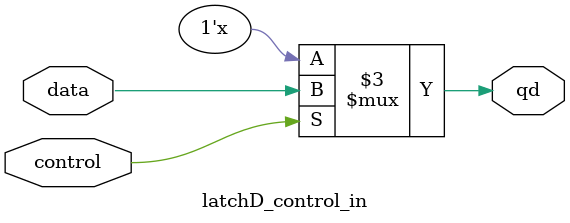
<source format=v>
module latchD_control_in(
    output reg qd,
    input control, data
);

    always @ (control or data) begin
        // si control es igual a 1
        if (control) qd = data;
    end
endmodule
</source>
